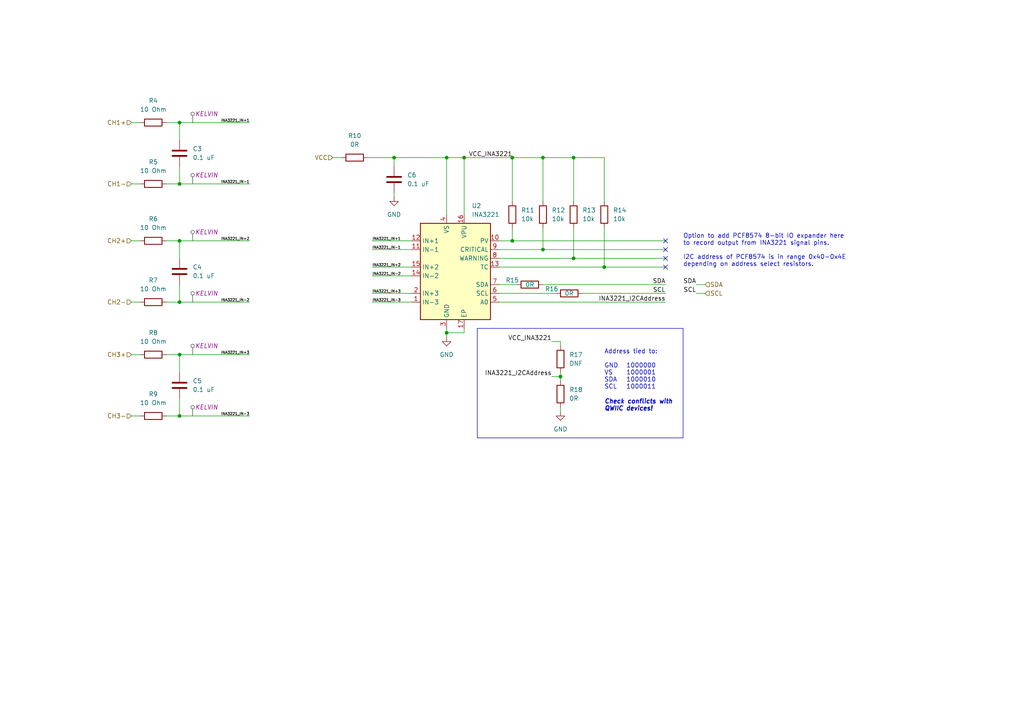
<source format=kicad_sch>
(kicad_sch (version 20230121) (generator eeschema)
  (paper "A4")
  (lib_symbols
    (symbol "Device:C" (pin_numbers hide) (pin_names (offset 0.254))
      (property "Reference" "C" (at 0.635 2.54 0))
      (property "Value" "C" (at 0.635 -2.54 0))
      (symbol "C_0_1"
        (polyline (pts (xy -2.032 -0.762) (xy 2.032 -0.762)) (stroke (width 0.508)))
        (polyline (pts (xy -2.032 0.762) (xy 2.032 0.762)) (stroke (width 0.508)))
      )
      (symbol "C_1_1"
        (pin passive line (at 0 3.81 270) (length 2.794) (name "~") (number "1"))
        (pin passive line (at 0 -3.81 90) (length 2.794) (name "~") (number "2"))
      )
    )
    (symbol "Device:R" (pin_numbers hide) (pin_names (offset 0))
      (property "Reference" "R" (at 2.032 0 90))
      (property "Value" "R" (at 0 0 90))
      (symbol "R_0_1"
        (rectangle (start -1.016 -2.54) (end 1.016 2.54) (stroke (width 0.254)))
      )
      (symbol "R_1_1"
        (pin passive line (at 0 3.81 270) (length 1.27) (name "~") (number "1"))
        (pin passive line (at 0 -3.81 90) (length 1.27) (name "~") (number "2"))
      )
    )
    (symbol "Power_Management:INA3221"
      (property "Reference" "U" (at -10.16 17.78 0))
      (property "Value" "INA3221" (at 5.08 17.78 0))
      (symbol "INA3221_0_1"
        (rectangle (start 10.16 -12.7) (end -10.16 15.24) (stroke (width 0.254)) (fill (type background)))
      )
      (symbol "INA3221_1_1"
        (pin input line (at -12.7 -7.62 0) (length 2.54) (name "IN-3") (number "1"))
        (pin open_collector line (at 12.7 10.16 180) (length 2.54) (name "PV") (number "10"))
        (pin input line (at -12.7 7.62 0) (length 2.54) (name "IN-1") (number "11"))
        (pin input line (at -12.7 10.16 0) (length 2.54) (name "IN+1") (number "12"))
        (pin open_collector line (at 12.7 2.54 180) (length 2.54) (name "TC") (number "13"))
        (pin input line (at -12.7 0 0) (length 2.54) (name "IN-2") (number "14"))
        (pin input line (at -12.7 2.54 0) (length 2.54) (name "IN+2") (number "15"))
        (pin power_in line (at 2.54 17.78 270) (length 2.54) (name "VPU") (number "16"))
        (pin passive line (at 2.54 -15.24 90) (length 2.54) (name "EP") (number "17"))
        (pin input line (at -12.7 -5.08 0) (length 2.54) (name "IN+3") (number "2"))
        (pin power_in line (at -2.54 -15.24 90) (length 2.54) (name "GND") (number "3"))
        (pin power_in line (at -2.54 17.78 270) (length 2.54) (name "VS") (number "4"))
        (pin input line (at 12.7 -7.62 180) (length 2.54) (name "A0") (number "5"))
        (pin input line (at 12.7 -5.08 180) (length 2.54) (name "SCL") (number "6"))
        (pin bidirectional line (at 12.7 -2.54 180) (length 2.54) (name "SDA") (number "7"))
        (pin open_collector line (at 12.7 5.08 180) (length 2.54) (name "WARNING") (number "8"))
        (pin open_collector line (at 12.7 7.62 180) (length 2.54) (name "CRITICAL") (number "9"))
      )
    )
    (symbol "power:GND" (power) (pin_names (offset 0))
      (property "Value" "GND" (at 0 -3.81 0))
      (symbol "GND_0_1"
        (polyline (pts (xy 0 0) (xy 0 -1.27) (xy 1.27 -1.27) (xy 0 -2.54) (xy -1.27 -1.27) (xy 0 -1.27)))
      )
      (symbol "GND_1_1"
        (pin power_in line (at 0 0 270) (length 0) hide (name "GND") (number "1"))
      )
    )
  )
  (junction (at 134.62 45.72))
  (junction (at 157.48 45.72))
  (junction (at 52.07 102.87))
  (junction (at 162.56 109.22))
  (junction (at 166.37 74.93))
  (junction (at 129.54 45.72))
  (junction (at 148.59 45.72))
  (junction (at 52.07 87.63))
  (junction (at 114.3 45.72))
  (junction (at 52.07 35.56))
  (junction (at 157.48 72.39))
  (junction (at 52.07 69.85))
  (junction (at 166.37 45.72))
  (junction (at 52.07 120.65))
  (junction (at 129.54 96.52))
  (junction (at 52.07 53.34))
  (junction (at 148.59 69.85))
  (junction (at 175.26 77.47))
  (no_connect (at 193.04 72.39))
  (no_connect (at 193.04 74.93))
  (no_connect (at 193.04 77.47))
  (no_connect (at 193.04 69.85))
  (wire (pts (xy 134.62 45.72) (xy 148.59 45.72)))
  (wire (pts (xy 148.59 69.85) (xy 193.04 69.85)))
  (wire (pts (xy 48.26 35.56) (xy 52.07 35.56)))
  (wire (pts (xy 129.54 97.79) (xy 129.54 96.52)))
  (wire (pts (xy 38.1 87.63) (xy 40.64 87.63)))
  (wire (pts (xy 134.62 95.25) (xy 134.62 96.52)))
  (wire (pts (xy 107.95 72.39) (xy 119.38 72.39)))
  (wire (pts (xy 38.1 120.65) (xy 40.64 120.65)))
  (wire (pts (xy 52.07 69.85) (xy 52.07 74.93)))
  (wire (pts (xy 162.56 118.11) (xy 162.56 119.38)))
  (wire (pts (xy 201.93 82.55) (xy 204.47 82.55)))
  (wire (pts (xy 52.07 120.65) (xy 48.26 120.65)))
  (wire (pts (xy 106.68 45.72) (xy 114.3 45.72)))
  (wire (pts (xy 129.54 45.72) (xy 129.54 62.23)))
  (wire (pts (xy 134.62 45.72) (xy 134.62 62.23)))
  (wire (pts (xy 52.07 115.57) (xy 52.07 120.65)))
  (wire (pts (xy 148.59 66.04) (xy 148.59 69.85)))
  (wire (pts (xy 52.07 87.63) (xy 48.26 87.63)))
  (wire (pts (xy 157.48 72.39) (xy 193.04 72.39)))
  (wire (pts (xy 175.26 58.42) (xy 175.26 45.72)))
  (wire (pts (xy 134.62 96.52) (xy 129.54 96.52)))
  (wire (pts (xy 166.37 45.72) (xy 175.26 45.72)))
  (wire (pts (xy 52.07 102.87) (xy 72.39 102.87)))
  (wire (pts (xy 107.95 80.01) (xy 119.38 80.01)))
  (wire (pts (xy 52.07 35.56) (xy 52.07 40.64)))
  (wire (pts (xy 144.78 77.47) (xy 175.26 77.47)))
  (wire (pts (xy 175.26 77.47) (xy 175.26 66.04)))
  (wire (pts (xy 148.59 45.72) (xy 148.59 58.42)))
  (wire (pts (xy 201.93 85.09) (xy 204.47 85.09)))
  (wire (pts (xy 52.07 53.34) (xy 48.26 53.34)))
  (wire (pts (xy 52.07 69.85) (xy 72.39 69.85)))
  (wire (pts (xy 144.78 87.63) (xy 193.04 87.63)))
  (wire (pts (xy 144.78 85.09) (xy 161.29 85.09)))
  (wire (pts (xy 38.1 102.87) (xy 40.64 102.87)))
  (wire (pts (xy 114.3 45.72) (xy 129.54 45.72)))
  (wire (pts (xy 166.37 45.72) (xy 166.37 58.42)))
  (wire (pts (xy 148.59 45.72) (xy 157.48 45.72)))
  (wire (pts (xy 107.95 87.63) (xy 119.38 87.63)))
  (wire (pts (xy 52.07 53.34) (xy 72.39 53.34)))
  (wire (pts (xy 157.48 72.39) (xy 144.78 72.39)))
  (wire (pts (xy 107.95 77.47) (xy 119.38 77.47)))
  (wire (pts (xy 96.52 45.72) (xy 99.06 45.72)))
  (wire (pts (xy 38.1 35.56) (xy 40.64 35.56)))
  (wire (pts (xy 38.1 53.34) (xy 40.64 53.34)))
  (wire (pts (xy 157.48 82.55) (xy 193.04 82.55)))
  (wire (pts (xy 148.59 69.85) (xy 144.78 69.85)))
  (wire (pts (xy 144.78 82.55) (xy 149.86 82.55)))
  (wire (pts (xy 52.07 102.87) (xy 52.07 107.95)))
  (wire (pts (xy 157.48 45.72) (xy 157.48 58.42)))
  (wire (pts (xy 157.48 45.72) (xy 166.37 45.72)))
  (wire (pts (xy 52.07 35.56) (xy 72.39 35.56)))
  (wire (pts (xy 52.07 82.55) (xy 52.07 87.63)))
  (wire (pts (xy 52.07 48.26) (xy 52.07 53.34)))
  (wire (pts (xy 114.3 48.26) (xy 114.3 45.72)))
  (wire (pts (xy 162.56 109.22) (xy 162.56 107.95)))
  (wire (pts (xy 129.54 96.52) (xy 129.54 95.25)))
  (wire (pts (xy 166.37 74.93) (xy 193.04 74.93)))
  (wire (pts (xy 114.3 55.88) (xy 114.3 57.15)))
  (wire (pts (xy 52.07 120.65) (xy 72.39 120.65)))
  (wire (pts (xy 129.54 45.72) (xy 134.62 45.72)))
  (wire (pts (xy 162.56 109.22) (xy 162.56 110.49)))
  (wire (pts (xy 38.1 69.85) (xy 40.64 69.85)))
  (wire (pts (xy 107.95 85.09) (xy 119.38 85.09)))
  (wire (pts (xy 166.37 74.93) (xy 166.37 66.04)))
  (wire (pts (xy 144.78 74.93) (xy 166.37 74.93)))
  (wire (pts (xy 168.91 85.09) (xy 193.04 85.09)))
  (wire (pts (xy 48.26 69.85) (xy 52.07 69.85)))
  (wire (pts (xy 107.95 69.85) (xy 119.38 69.85)))
  (wire (pts (xy 162.56 99.06) (xy 160.02 99.06)))
  (wire (pts (xy 52.07 87.63) (xy 72.39 87.63)))
  (wire (pts (xy 162.56 100.33) (xy 162.56 99.06)))
  (wire (pts (xy 48.26 102.87) (xy 52.07 102.87)))
  (wire (pts (xy 160.02 109.22) (xy 162.56 109.22)))
  (wire (pts (xy 175.26 77.47) (xy 193.04 77.47)))
  (wire (pts (xy 157.48 66.04) (xy 157.48 72.39)))
  (rectangle (start 138.43 95.25) (end 198.12 127))
  (text "Address tied to:\n\nGND\nVS\nSDA\nSCL\n" (at 175.26 113.03 0) (effects (font (size 1.27 1.27)) (justify left bottom)))
  (text "\n\n1000000\n1000001\n1000010\n1000011" (at 181.61 113.03 0) (effects (font (size 1.27 1.27)) (justify left bottom)))
  (text "\nCheck conflicts with\nQWIIC devices!" (at 175.26 119.38 0) (effects (font (size 1.27 1.27) (thickness 0.254) bold italic) (justify left bottom)))
  (text "Option to add PCF8574 8-bit IO expander here\nto record output from INA3221 signal pins.\n\nI2C address of PCF8574 is in range 0x40-0x4E\ndepending on address select resistors." (at 198.12 77.47 0) (effects (font (size 1.27 1.27)) (justify left bottom)))
  (label "INA3221_IN+2" (at 107.95 77.47 0) (effects (font (size 0.762 0.762))))
  (label "INA3221_IN-1" (at 107.95 72.39 0) (effects (font (size 0.762 0.762))))
  (label "INA3221_IN+1" (at 72.39 35.56 180) (effects (font (size 0.762 0.762))))
  (label "SCL" (at 193.04 85.09 180))
  (label "INA3221_IN+2" (at 72.39 69.85 180) (effects (font (size 0.762 0.762))))
  (label "INA3221_IN+1" (at 107.95 69.85 0) (effects (font (size 0.762 0.762))))
  (label "INA3221_I2CAddress" (at 193.04 87.63 180))
  (label "VCC_INA3221" (at 160.02 99.06 180))
  (label "INA3221_I2CAddress" (at 160.02 109.22 180))
  (label "INA3221_IN-3" (at 107.95 87.63 0) (effects (font (size 0.762 0.762))))
  (label "INA3221_IN-2" (at 72.39 87.63 180) (effects (font (size 0.762 0.762))))
  (label "INA3221_IN-3" (at 72.39 120.65 180) (effects (font (size 0.762 0.762))))
  (label "INA3221_IN-1" (at 72.39 53.34 180) (effects (font (size 0.762 0.762))))
  (label "INA3221_IN+3" (at 72.39 102.87 180) (effects (font (size 0.762 0.762))))
  (label "VCC_INA3221" (at 148.59 45.72 180))
  (label "SCL" (at 201.93 85.09 180))
  (label "SDA" (at 201.93 82.55 180))
  (label "INA3221_IN+3" (at 107.95 85.09 0) (effects (font (size 0.762 0.762))))
  (label "INA3221_IN-2" (at 107.95 80.01 0) (effects (font (size 0.762 0.762))))
  (label "SDA" (at 193.04 82.55 180))
  (hierarchical_label "CH2-" (shape input) (at 38.1 87.63 180))
  (hierarchical_label "CH1+" (shape input) (at 38.1 35.56 180))
  (hierarchical_label "SCL" (shape input) (at 204.47 85.09 0))
  (hierarchical_label "SDA" (shape input) (at 204.47 82.55 0))
  (hierarchical_label "VCC" (shape input) (at 96.52 45.72 180))
  (hierarchical_label "CH1-" (shape input) (at 38.1 53.34 180))
  (hierarchical_label "CH2+" (shape input) (at 38.1 69.85 180))
  (hierarchical_label "CH3+" (shape input) (at 38.1 102.87 180))
  (hierarchical_label "CH3-" (shape input) (at 38.1 120.65 180))
  (netclass_flag "" (length 2.54) (shape round) (at 55.88 87.63 0) (property "Netclass" "KELVIN" (at 56.5785 85.09 0) (effects (font italic) (justify left))))
  (netclass_flag "" (length 2.54) (shape round) (at 55.88 120.65 0) (property "Netclass" "KELVIN" (at 56.5785 118.11 0) (effects (font italic) (justify left))))
  (netclass_flag "" (length 2.54) (shape round) (at 55.88 35.56 0) (property "Netclass" "KELVIN" (at 56.5785 33.02 0) (effects (font italic) (justify left))))
  (netclass_flag "" (length 2.54) (shape round) (at 55.88 53.34 0) (property "Netclass" "KELVIN" (at 56.5785 50.8 0) (effects (font italic) (justify left))))
  (netclass_flag "" (length 2.54) (shape round) (at 55.88 102.87 0) (property "Netclass" "KELVIN" (at 56.5785 100.33 0) (effects (font italic) (justify left))))
  (netclass_flag "" (length 2.54) (shape round) (at 55.88 69.85 0) (property "Netclass" "KELVIN" (at 56.5785 67.31 0) (effects (font italic) (justify left))))
  (symbol (lib_id "Device:R") (at 175.26 62.23 0) (unit 1)
    (property "Reference" "R14" (at 177.8 60.96 0) (effects (justify left)))
    (property "Value" "10k" (at 177.8 63.5 0) (effects (justify left)))
  )
  (symbol (lib_id "Device:R") (at 44.45 69.85 90) (unit 1)
    (property "Reference" "R6" (at 44.45 63.5 90))
    (property "Value" "10 Ohm" (at 44.45 66.04 90))
  )
  (symbol (lib_id "Device:C") (at 52.07 111.76 180) (unit 1)
    (property "Reference" "C5" (at 55.88 110.49 0) (effects (justify right)))
    (property "Value" "0.1 uF" (at 55.88 113.03 0) (effects (justify right)))
  )
  (symbol (lib_id "Device:R") (at 44.45 35.56 90) (unit 1)
    (property "Reference" "R4" (at 44.45 29.21 90))
    (property "Value" "10 Ohm" (at 44.45 31.75 90))
  )
  (symbol (lib_id "Device:C") (at 52.07 44.45 180) (unit 1)
    (property "Reference" "C3" (at 55.88 43.18 0) (effects (justify right)))
    (property "Value" "0.1 uF" (at 55.88 45.72 0) (effects (justify right)))
  )
  (symbol (lib_id "Device:R") (at 148.59 62.23 0) (unit 1)
    (property "Reference" "R11" (at 151.13 60.96 0) (effects (justify left)))
    (property "Value" "10k" (at 151.13 63.5 0) (effects (justify left)))
  )
  (symbol (lib_id "Device:R") (at 153.67 82.55 90) (unit 1)
    (property "Reference" "R15" (at 148.59 81.28 90))
    (property "Value" "0R" (at 153.67 82.55 90))
  )
  (symbol (lib_id "power:GND") (at 114.3 57.15 0) (unit 1)
    (property "Reference" "#PWR03" (effects hide))
    (property "Value" "GND" (at 114.3 62.23 0))
  )
  (symbol (lib_id "Device:R") (at 165.1 85.09 90) (unit 1)
    (property "Reference" "R16" (at 160.02 83.82 90))
    (property "Value" "0R" (at 165.1 85.09 90))
  )
  (symbol (lib_id "Device:R") (at 44.45 120.65 90) (unit 1)
    (property "Reference" "R9" (at 44.45 114.3 90))
    (property "Value" "10 Ohm" (at 44.45 116.84 90))
  )
  (symbol (lib_id "Device:R") (at 44.45 102.87 90) (unit 1)
    (property "Reference" "R8" (at 44.45 96.52 90))
    (property "Value" "10 Ohm" (at 44.45 99.06 90))
  )
  (symbol (lib_id "Device:R") (at 157.48 62.23 0) (unit 1)
    (property "Reference" "R12" (at 160.02 60.96 0) (effects (justify left)))
    (property "Value" "10k" (at 160.02 63.5 0) (effects (justify left)))
  )
  (symbol (lib_id "Device:R") (at 44.45 53.34 90) (unit 1)
    (property "Reference" "R5" (at 44.45 46.99 90))
    (property "Value" "10 Ohm" (at 44.45 49.53 90))
  )
  (symbol (lib_id "Device:R") (at 166.37 62.23 0) (unit 1)
    (property "Reference" "R13" (at 168.91 60.96 0) (effects (justify left)))
    (property "Value" "10k" (at 168.91 63.5 0) (effects (justify left)))
  )
  (symbol (lib_id "Device:R") (at 102.87 45.72 90) (unit 1)
    (property "Reference" "R10" (at 102.87 39.37 90))
    (property "Value" "0R" (at 102.87 41.91 90))
  )
  (symbol (lib_id "Device:R") (at 162.56 114.3 0) (unit 1)
    (property "Reference" "R18" (at 165.1 113.03 0) (effects (justify left)))
    (property "Value" "0R" (at 165.1 115.57 0) (effects (justify left)))
  )
  (symbol (lib_id "power:GND") (at 162.56 119.38 0) (unit 1)
    (property "Reference" "#PWR07" (effects hide))
    (property "Value" "GND" (at 162.56 124.46 0))
  )
  (symbol (lib_id "power:GND") (at 129.54 97.79 0) (unit 1)
    (property "Reference" "#PWR02" (effects hide))
    (property "Value" "GND" (at 129.54 102.87 0))
  )
  (symbol (lib_id "Device:R") (at 162.56 104.14 0) (unit 1)
    (property "Reference" "R17" (at 165.1 102.87 0) (effects (justify left)))
    (property "Value" "DNF" (at 165.1 105.41 0) (effects (justify left)))
  )
  (symbol (lib_id "Device:R") (at 44.45 87.63 90) (unit 1)
    (property "Reference" "R7" (at 44.45 81.28 90))
    (property "Value" "10 Ohm" (at 44.45 83.82 90))
  )
  (symbol (lib_id "Power_Management:INA3221") (at 132.08 80.01 0) (unit 1)
    (property "Reference" "U2" (at 136.8141 59.69 0) (effects (justify left)))
    (property "Value" "INA3221" (at 136.8141 62.23 0) (effects (justify left)))
    (property "Footprint" "Package_DFN_QFN:Texas_RGV_S-PVQFN-N16_EP2.1x2.1mm" (effects hide))
    (property "Datasheet" "http://www.ti.com/lit/ds/symlink/ina3221.pdf" (effects hide))
  )
  (symbol (lib_id "Device:C") (at 52.07 78.74 180) (unit 1)
    (property "Reference" "C4" (at 55.88 77.47 0) (effects (justify right)))
    (property "Value" "0.1 uF" (at 55.88 80.01 0) (effects (justify right)))
  )
  (symbol (lib_id "Device:C") (at 114.3 52.07 180) (unit 1)
    (property "Reference" "C6" (at 118.11 50.8 0) (effects (justify right)))
    (property "Value" "0.1 uF" (at 118.11 53.34 0) (effects (justify right)))
  )
)
</source>
